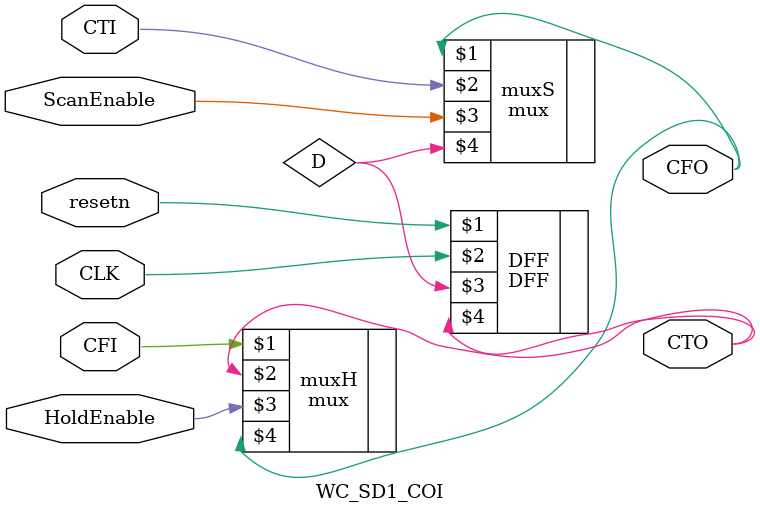
<source format=v>
module WC_SD1_COI (resetn,CLK,CFI,CTI,ScanEnable,HoldEnable,CFO,CTO);
input CLK,CFI,CTI,ScanEnable,HoldEnable,resetn;
output CFO,CTO;
//wire Q;
wire D;
wire CTO;
//wire CFO;
wire CFO;

mux muxS  (CFO,CTI,ScanEnable,D);
DFF DFF(resetn,CLK,D,CTO);
mux muxH (CFI,CTO,HoldEnable,CFO);

//assign CTO=Q;
endmodule


</source>
